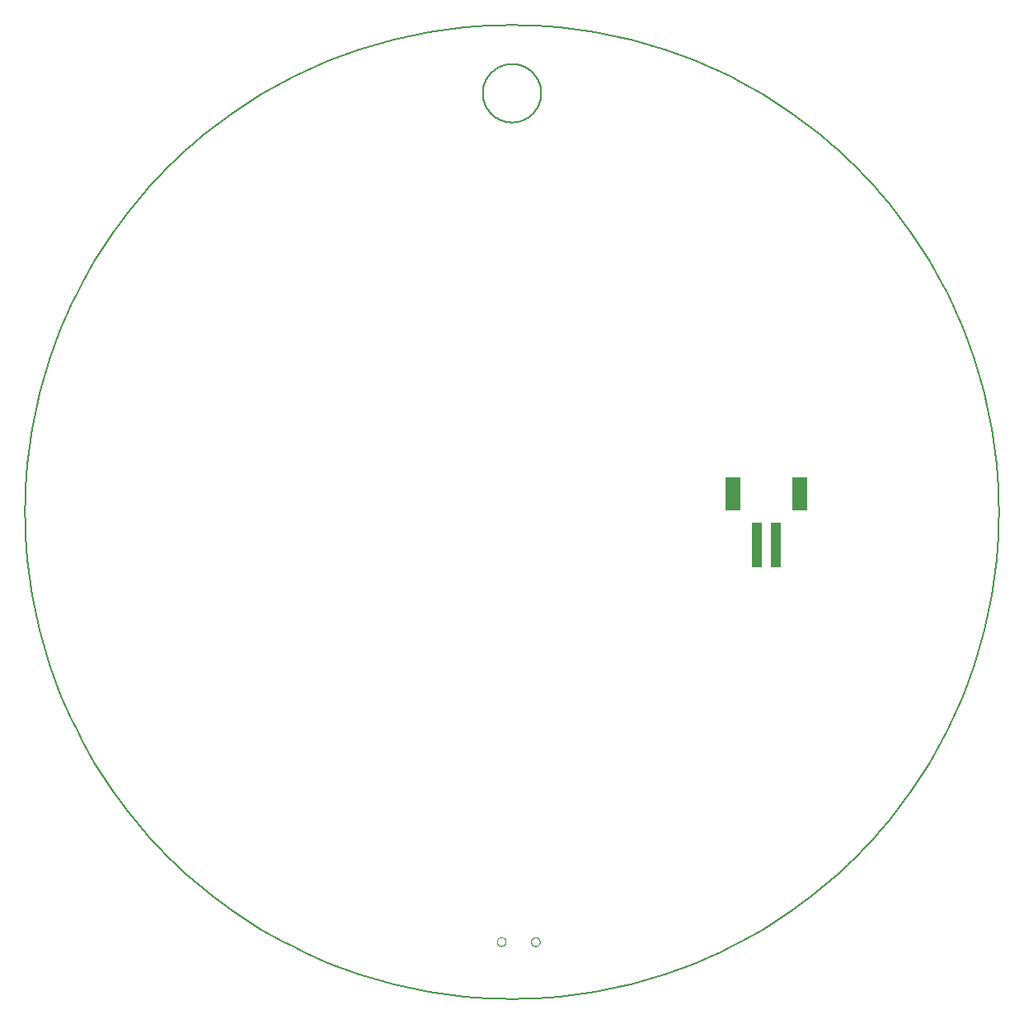
<source format=gbp>
G75*
%MOIN*%
%OFA0B0*%
%FSLAX25Y25*%
%IPPOS*%
%LPD*%
%AMOC8*
5,1,8,0,0,1.08239X$1,22.5*
%
%ADD10C,0.00600*%
%ADD11R,0.03937X0.18110*%
%ADD12R,0.06299X0.13386*%
%ADD13C,0.00000*%
D10*
X0001300Y0203937D02*
X0001359Y0208768D01*
X0001537Y0213596D01*
X0001833Y0218418D01*
X0002248Y0223232D01*
X0002780Y0228034D01*
X0003431Y0232821D01*
X0004198Y0237591D01*
X0005082Y0242341D01*
X0006083Y0247067D01*
X0007199Y0251768D01*
X0008431Y0256439D01*
X0009776Y0261080D01*
X0011235Y0265685D01*
X0012807Y0270254D01*
X0014490Y0274782D01*
X0016284Y0279268D01*
X0018188Y0283709D01*
X0020200Y0288101D01*
X0022319Y0292443D01*
X0024544Y0296731D01*
X0026873Y0300964D01*
X0029306Y0305138D01*
X0031841Y0309251D01*
X0034475Y0313301D01*
X0037208Y0317285D01*
X0040039Y0321200D01*
X0042964Y0325045D01*
X0045983Y0328817D01*
X0049093Y0332514D01*
X0052294Y0336133D01*
X0055582Y0339673D01*
X0058956Y0343131D01*
X0062414Y0346505D01*
X0065954Y0349793D01*
X0069573Y0352994D01*
X0073270Y0356104D01*
X0077042Y0359123D01*
X0080887Y0362048D01*
X0084802Y0364879D01*
X0088786Y0367612D01*
X0092836Y0370246D01*
X0096949Y0372781D01*
X0101123Y0375214D01*
X0105356Y0377543D01*
X0109644Y0379768D01*
X0113986Y0381887D01*
X0118378Y0383899D01*
X0122819Y0385803D01*
X0127305Y0387597D01*
X0131833Y0389280D01*
X0136402Y0390852D01*
X0141007Y0392311D01*
X0145648Y0393656D01*
X0150319Y0394888D01*
X0155020Y0396004D01*
X0159746Y0397005D01*
X0164496Y0397889D01*
X0169266Y0398656D01*
X0174053Y0399307D01*
X0178855Y0399839D01*
X0183669Y0400254D01*
X0188491Y0400550D01*
X0193319Y0400728D01*
X0198150Y0400787D01*
X0202981Y0400728D01*
X0207809Y0400550D01*
X0212631Y0400254D01*
X0217445Y0399839D01*
X0222247Y0399307D01*
X0227034Y0398656D01*
X0231804Y0397889D01*
X0236554Y0397005D01*
X0241280Y0396004D01*
X0245981Y0394888D01*
X0250652Y0393656D01*
X0255293Y0392311D01*
X0259898Y0390852D01*
X0264467Y0389280D01*
X0268995Y0387597D01*
X0273481Y0385803D01*
X0277922Y0383899D01*
X0282314Y0381887D01*
X0286656Y0379768D01*
X0290944Y0377543D01*
X0295177Y0375214D01*
X0299351Y0372781D01*
X0303464Y0370246D01*
X0307514Y0367612D01*
X0311498Y0364879D01*
X0315413Y0362048D01*
X0319258Y0359123D01*
X0323030Y0356104D01*
X0326727Y0352994D01*
X0330346Y0349793D01*
X0333886Y0346505D01*
X0337344Y0343131D01*
X0340718Y0339673D01*
X0344006Y0336133D01*
X0347207Y0332514D01*
X0350317Y0328817D01*
X0353336Y0325045D01*
X0356261Y0321200D01*
X0359092Y0317285D01*
X0361825Y0313301D01*
X0364459Y0309251D01*
X0366994Y0305138D01*
X0369427Y0300964D01*
X0371756Y0296731D01*
X0373981Y0292443D01*
X0376100Y0288101D01*
X0378112Y0283709D01*
X0380016Y0279268D01*
X0381810Y0274782D01*
X0383493Y0270254D01*
X0385065Y0265685D01*
X0386524Y0261080D01*
X0387869Y0256439D01*
X0389101Y0251768D01*
X0390217Y0247067D01*
X0391218Y0242341D01*
X0392102Y0237591D01*
X0392869Y0232821D01*
X0393520Y0228034D01*
X0394052Y0223232D01*
X0394467Y0218418D01*
X0394763Y0213596D01*
X0394941Y0208768D01*
X0395000Y0203937D01*
X0394941Y0199106D01*
X0394763Y0194278D01*
X0394467Y0189456D01*
X0394052Y0184642D01*
X0393520Y0179840D01*
X0392869Y0175053D01*
X0392102Y0170283D01*
X0391218Y0165533D01*
X0390217Y0160807D01*
X0389101Y0156106D01*
X0387869Y0151435D01*
X0386524Y0146794D01*
X0385065Y0142189D01*
X0383493Y0137620D01*
X0381810Y0133092D01*
X0380016Y0128606D01*
X0378112Y0124165D01*
X0376100Y0119773D01*
X0373981Y0115431D01*
X0371756Y0111143D01*
X0369427Y0106910D01*
X0366994Y0102736D01*
X0364459Y0098623D01*
X0361825Y0094573D01*
X0359092Y0090589D01*
X0356261Y0086674D01*
X0353336Y0082829D01*
X0350317Y0079057D01*
X0347207Y0075360D01*
X0344006Y0071741D01*
X0340718Y0068201D01*
X0337344Y0064743D01*
X0333886Y0061369D01*
X0330346Y0058081D01*
X0326727Y0054880D01*
X0323030Y0051770D01*
X0319258Y0048751D01*
X0315413Y0045826D01*
X0311498Y0042995D01*
X0307514Y0040262D01*
X0303464Y0037628D01*
X0299351Y0035093D01*
X0295177Y0032660D01*
X0290944Y0030331D01*
X0286656Y0028106D01*
X0282314Y0025987D01*
X0277922Y0023975D01*
X0273481Y0022071D01*
X0268995Y0020277D01*
X0264467Y0018594D01*
X0259898Y0017022D01*
X0255293Y0015563D01*
X0250652Y0014218D01*
X0245981Y0012986D01*
X0241280Y0011870D01*
X0236554Y0010869D01*
X0231804Y0009985D01*
X0227034Y0009218D01*
X0222247Y0008567D01*
X0217445Y0008035D01*
X0212631Y0007620D01*
X0207809Y0007324D01*
X0202981Y0007146D01*
X0198150Y0007087D01*
X0193319Y0007146D01*
X0188491Y0007324D01*
X0183669Y0007620D01*
X0178855Y0008035D01*
X0174053Y0008567D01*
X0169266Y0009218D01*
X0164496Y0009985D01*
X0159746Y0010869D01*
X0155020Y0011870D01*
X0150319Y0012986D01*
X0145648Y0014218D01*
X0141007Y0015563D01*
X0136402Y0017022D01*
X0131833Y0018594D01*
X0127305Y0020277D01*
X0122819Y0022071D01*
X0118378Y0023975D01*
X0113986Y0025987D01*
X0109644Y0028106D01*
X0105356Y0030331D01*
X0101123Y0032660D01*
X0096949Y0035093D01*
X0092836Y0037628D01*
X0088786Y0040262D01*
X0084802Y0042995D01*
X0080887Y0045826D01*
X0077042Y0048751D01*
X0073270Y0051770D01*
X0069573Y0054880D01*
X0065954Y0058081D01*
X0062414Y0061369D01*
X0058956Y0064743D01*
X0055582Y0068201D01*
X0052294Y0071741D01*
X0049093Y0075360D01*
X0045983Y0079057D01*
X0042964Y0082829D01*
X0040039Y0086674D01*
X0037208Y0090589D01*
X0034475Y0094573D01*
X0031841Y0098623D01*
X0029306Y0102736D01*
X0026873Y0106910D01*
X0024544Y0111143D01*
X0022319Y0115431D01*
X0020200Y0119773D01*
X0018188Y0124165D01*
X0016284Y0128606D01*
X0014490Y0133092D01*
X0012807Y0137620D01*
X0011235Y0142189D01*
X0009776Y0146794D01*
X0008431Y0151435D01*
X0007199Y0156106D01*
X0006083Y0160807D01*
X0005082Y0165533D01*
X0004198Y0170283D01*
X0003431Y0175053D01*
X0002780Y0179840D01*
X0002248Y0184642D01*
X0001833Y0189456D01*
X0001537Y0194278D01*
X0001359Y0199106D01*
X0001300Y0203937D01*
X0186339Y0373228D02*
X0186343Y0373518D01*
X0186353Y0373808D01*
X0186371Y0374097D01*
X0186396Y0374386D01*
X0186428Y0374674D01*
X0186467Y0374961D01*
X0186513Y0375247D01*
X0186566Y0375532D01*
X0186626Y0375816D01*
X0186693Y0376098D01*
X0186767Y0376378D01*
X0186848Y0376657D01*
X0186935Y0376933D01*
X0187029Y0377207D01*
X0187130Y0377479D01*
X0187238Y0377748D01*
X0187352Y0378014D01*
X0187473Y0378278D01*
X0187600Y0378538D01*
X0187734Y0378796D01*
X0187873Y0379050D01*
X0188019Y0379300D01*
X0188171Y0379547D01*
X0188330Y0379790D01*
X0188494Y0380029D01*
X0188663Y0380264D01*
X0188839Y0380495D01*
X0189020Y0380721D01*
X0189207Y0380943D01*
X0189399Y0381160D01*
X0189596Y0381372D01*
X0189798Y0381580D01*
X0190006Y0381782D01*
X0190218Y0381979D01*
X0190435Y0382171D01*
X0190657Y0382358D01*
X0190883Y0382539D01*
X0191114Y0382715D01*
X0191349Y0382884D01*
X0191588Y0383048D01*
X0191831Y0383207D01*
X0192078Y0383359D01*
X0192328Y0383505D01*
X0192582Y0383644D01*
X0192840Y0383778D01*
X0193100Y0383905D01*
X0193364Y0384026D01*
X0193630Y0384140D01*
X0193899Y0384248D01*
X0194171Y0384349D01*
X0194445Y0384443D01*
X0194721Y0384530D01*
X0195000Y0384611D01*
X0195280Y0384685D01*
X0195562Y0384752D01*
X0195846Y0384812D01*
X0196131Y0384865D01*
X0196417Y0384911D01*
X0196704Y0384950D01*
X0196992Y0384982D01*
X0197281Y0385007D01*
X0197570Y0385025D01*
X0197860Y0385035D01*
X0198150Y0385039D01*
X0198440Y0385035D01*
X0198730Y0385025D01*
X0199019Y0385007D01*
X0199308Y0384982D01*
X0199596Y0384950D01*
X0199883Y0384911D01*
X0200169Y0384865D01*
X0200454Y0384812D01*
X0200738Y0384752D01*
X0201020Y0384685D01*
X0201300Y0384611D01*
X0201579Y0384530D01*
X0201855Y0384443D01*
X0202129Y0384349D01*
X0202401Y0384248D01*
X0202670Y0384140D01*
X0202936Y0384026D01*
X0203200Y0383905D01*
X0203460Y0383778D01*
X0203718Y0383644D01*
X0203972Y0383505D01*
X0204222Y0383359D01*
X0204469Y0383207D01*
X0204712Y0383048D01*
X0204951Y0382884D01*
X0205186Y0382715D01*
X0205417Y0382539D01*
X0205643Y0382358D01*
X0205865Y0382171D01*
X0206082Y0381979D01*
X0206294Y0381782D01*
X0206502Y0381580D01*
X0206704Y0381372D01*
X0206901Y0381160D01*
X0207093Y0380943D01*
X0207280Y0380721D01*
X0207461Y0380495D01*
X0207637Y0380264D01*
X0207806Y0380029D01*
X0207970Y0379790D01*
X0208129Y0379547D01*
X0208281Y0379300D01*
X0208427Y0379050D01*
X0208566Y0378796D01*
X0208700Y0378538D01*
X0208827Y0378278D01*
X0208948Y0378014D01*
X0209062Y0377748D01*
X0209170Y0377479D01*
X0209271Y0377207D01*
X0209365Y0376933D01*
X0209452Y0376657D01*
X0209533Y0376378D01*
X0209607Y0376098D01*
X0209674Y0375816D01*
X0209734Y0375532D01*
X0209787Y0375247D01*
X0209833Y0374961D01*
X0209872Y0374674D01*
X0209904Y0374386D01*
X0209929Y0374097D01*
X0209947Y0373808D01*
X0209957Y0373518D01*
X0209961Y0373228D01*
X0209957Y0372938D01*
X0209947Y0372648D01*
X0209929Y0372359D01*
X0209904Y0372070D01*
X0209872Y0371782D01*
X0209833Y0371495D01*
X0209787Y0371209D01*
X0209734Y0370924D01*
X0209674Y0370640D01*
X0209607Y0370358D01*
X0209533Y0370078D01*
X0209452Y0369799D01*
X0209365Y0369523D01*
X0209271Y0369249D01*
X0209170Y0368977D01*
X0209062Y0368708D01*
X0208948Y0368442D01*
X0208827Y0368178D01*
X0208700Y0367918D01*
X0208566Y0367660D01*
X0208427Y0367406D01*
X0208281Y0367156D01*
X0208129Y0366909D01*
X0207970Y0366666D01*
X0207806Y0366427D01*
X0207637Y0366192D01*
X0207461Y0365961D01*
X0207280Y0365735D01*
X0207093Y0365513D01*
X0206901Y0365296D01*
X0206704Y0365084D01*
X0206502Y0364876D01*
X0206294Y0364674D01*
X0206082Y0364477D01*
X0205865Y0364285D01*
X0205643Y0364098D01*
X0205417Y0363917D01*
X0205186Y0363741D01*
X0204951Y0363572D01*
X0204712Y0363408D01*
X0204469Y0363249D01*
X0204222Y0363097D01*
X0203972Y0362951D01*
X0203718Y0362812D01*
X0203460Y0362678D01*
X0203200Y0362551D01*
X0202936Y0362430D01*
X0202670Y0362316D01*
X0202401Y0362208D01*
X0202129Y0362107D01*
X0201855Y0362013D01*
X0201579Y0361926D01*
X0201300Y0361845D01*
X0201020Y0361771D01*
X0200738Y0361704D01*
X0200454Y0361644D01*
X0200169Y0361591D01*
X0199883Y0361545D01*
X0199596Y0361506D01*
X0199308Y0361474D01*
X0199019Y0361449D01*
X0198730Y0361431D01*
X0198440Y0361421D01*
X0198150Y0361417D01*
X0197860Y0361421D01*
X0197570Y0361431D01*
X0197281Y0361449D01*
X0196992Y0361474D01*
X0196704Y0361506D01*
X0196417Y0361545D01*
X0196131Y0361591D01*
X0195846Y0361644D01*
X0195562Y0361704D01*
X0195280Y0361771D01*
X0195000Y0361845D01*
X0194721Y0361926D01*
X0194445Y0362013D01*
X0194171Y0362107D01*
X0193899Y0362208D01*
X0193630Y0362316D01*
X0193364Y0362430D01*
X0193100Y0362551D01*
X0192840Y0362678D01*
X0192582Y0362812D01*
X0192328Y0362951D01*
X0192078Y0363097D01*
X0191831Y0363249D01*
X0191588Y0363408D01*
X0191349Y0363572D01*
X0191114Y0363741D01*
X0190883Y0363917D01*
X0190657Y0364098D01*
X0190435Y0364285D01*
X0190218Y0364477D01*
X0190006Y0364674D01*
X0189798Y0364876D01*
X0189596Y0365084D01*
X0189399Y0365296D01*
X0189207Y0365513D01*
X0189020Y0365735D01*
X0188839Y0365961D01*
X0188663Y0366192D01*
X0188494Y0366427D01*
X0188330Y0366666D01*
X0188171Y0366909D01*
X0188019Y0367156D01*
X0187873Y0367406D01*
X0187734Y0367660D01*
X0187600Y0367918D01*
X0187473Y0368178D01*
X0187352Y0368442D01*
X0187238Y0368708D01*
X0187130Y0368977D01*
X0187029Y0369249D01*
X0186935Y0369523D01*
X0186848Y0369799D01*
X0186767Y0370078D01*
X0186693Y0370358D01*
X0186626Y0370640D01*
X0186566Y0370924D01*
X0186513Y0371209D01*
X0186467Y0371495D01*
X0186428Y0371782D01*
X0186396Y0372070D01*
X0186371Y0372359D01*
X0186353Y0372648D01*
X0186343Y0372938D01*
X0186339Y0373228D01*
D11*
X0297048Y0190748D03*
X0304922Y0190748D03*
D12*
X0314371Y0211220D03*
X0287599Y0211220D03*
D13*
X0192048Y0030197D02*
X0192050Y0030281D01*
X0192056Y0030364D01*
X0192066Y0030447D01*
X0192080Y0030530D01*
X0192097Y0030612D01*
X0192119Y0030693D01*
X0192144Y0030772D01*
X0192173Y0030851D01*
X0192206Y0030928D01*
X0192242Y0031003D01*
X0192282Y0031077D01*
X0192325Y0031149D01*
X0192372Y0031218D01*
X0192422Y0031285D01*
X0192475Y0031350D01*
X0192531Y0031412D01*
X0192589Y0031472D01*
X0192651Y0031529D01*
X0192715Y0031582D01*
X0192782Y0031633D01*
X0192851Y0031680D01*
X0192922Y0031725D01*
X0192995Y0031765D01*
X0193070Y0031802D01*
X0193147Y0031836D01*
X0193225Y0031866D01*
X0193304Y0031892D01*
X0193385Y0031915D01*
X0193467Y0031933D01*
X0193549Y0031948D01*
X0193632Y0031959D01*
X0193715Y0031966D01*
X0193799Y0031969D01*
X0193883Y0031968D01*
X0193966Y0031963D01*
X0194050Y0031954D01*
X0194132Y0031941D01*
X0194214Y0031925D01*
X0194295Y0031904D01*
X0194376Y0031880D01*
X0194454Y0031852D01*
X0194532Y0031820D01*
X0194608Y0031784D01*
X0194682Y0031745D01*
X0194754Y0031703D01*
X0194824Y0031657D01*
X0194892Y0031608D01*
X0194957Y0031556D01*
X0195020Y0031501D01*
X0195080Y0031443D01*
X0195138Y0031382D01*
X0195192Y0031318D01*
X0195244Y0031252D01*
X0195292Y0031184D01*
X0195337Y0031113D01*
X0195378Y0031040D01*
X0195417Y0030966D01*
X0195451Y0030890D01*
X0195482Y0030812D01*
X0195509Y0030733D01*
X0195533Y0030652D01*
X0195552Y0030571D01*
X0195568Y0030489D01*
X0195580Y0030406D01*
X0195588Y0030322D01*
X0195592Y0030239D01*
X0195592Y0030155D01*
X0195588Y0030072D01*
X0195580Y0029988D01*
X0195568Y0029905D01*
X0195552Y0029823D01*
X0195533Y0029742D01*
X0195509Y0029661D01*
X0195482Y0029582D01*
X0195451Y0029504D01*
X0195417Y0029428D01*
X0195378Y0029354D01*
X0195337Y0029281D01*
X0195292Y0029210D01*
X0195244Y0029142D01*
X0195192Y0029076D01*
X0195138Y0029012D01*
X0195080Y0028951D01*
X0195020Y0028893D01*
X0194957Y0028838D01*
X0194892Y0028786D01*
X0194824Y0028737D01*
X0194754Y0028691D01*
X0194682Y0028649D01*
X0194608Y0028610D01*
X0194532Y0028574D01*
X0194454Y0028542D01*
X0194376Y0028514D01*
X0194295Y0028490D01*
X0194214Y0028469D01*
X0194132Y0028453D01*
X0194050Y0028440D01*
X0193966Y0028431D01*
X0193883Y0028426D01*
X0193799Y0028425D01*
X0193715Y0028428D01*
X0193632Y0028435D01*
X0193549Y0028446D01*
X0193467Y0028461D01*
X0193385Y0028479D01*
X0193304Y0028502D01*
X0193225Y0028528D01*
X0193147Y0028558D01*
X0193070Y0028592D01*
X0192995Y0028629D01*
X0192922Y0028669D01*
X0192851Y0028714D01*
X0192782Y0028761D01*
X0192715Y0028812D01*
X0192651Y0028865D01*
X0192589Y0028922D01*
X0192531Y0028982D01*
X0192475Y0029044D01*
X0192422Y0029109D01*
X0192372Y0029176D01*
X0192325Y0029245D01*
X0192282Y0029317D01*
X0192242Y0029391D01*
X0192206Y0029466D01*
X0192173Y0029543D01*
X0192144Y0029622D01*
X0192119Y0029701D01*
X0192097Y0029782D01*
X0192080Y0029864D01*
X0192066Y0029947D01*
X0192056Y0030030D01*
X0192050Y0030113D01*
X0192048Y0030197D01*
X0205827Y0030197D02*
X0205829Y0030281D01*
X0205835Y0030364D01*
X0205845Y0030447D01*
X0205859Y0030530D01*
X0205876Y0030612D01*
X0205898Y0030693D01*
X0205923Y0030772D01*
X0205952Y0030851D01*
X0205985Y0030928D01*
X0206021Y0031003D01*
X0206061Y0031077D01*
X0206104Y0031149D01*
X0206151Y0031218D01*
X0206201Y0031285D01*
X0206254Y0031350D01*
X0206310Y0031412D01*
X0206368Y0031472D01*
X0206430Y0031529D01*
X0206494Y0031582D01*
X0206561Y0031633D01*
X0206630Y0031680D01*
X0206701Y0031725D01*
X0206774Y0031765D01*
X0206849Y0031802D01*
X0206926Y0031836D01*
X0207004Y0031866D01*
X0207083Y0031892D01*
X0207164Y0031915D01*
X0207246Y0031933D01*
X0207328Y0031948D01*
X0207411Y0031959D01*
X0207494Y0031966D01*
X0207578Y0031969D01*
X0207662Y0031968D01*
X0207745Y0031963D01*
X0207829Y0031954D01*
X0207911Y0031941D01*
X0207993Y0031925D01*
X0208074Y0031904D01*
X0208155Y0031880D01*
X0208233Y0031852D01*
X0208311Y0031820D01*
X0208387Y0031784D01*
X0208461Y0031745D01*
X0208533Y0031703D01*
X0208603Y0031657D01*
X0208671Y0031608D01*
X0208736Y0031556D01*
X0208799Y0031501D01*
X0208859Y0031443D01*
X0208917Y0031382D01*
X0208971Y0031318D01*
X0209023Y0031252D01*
X0209071Y0031184D01*
X0209116Y0031113D01*
X0209157Y0031040D01*
X0209196Y0030966D01*
X0209230Y0030890D01*
X0209261Y0030812D01*
X0209288Y0030733D01*
X0209312Y0030652D01*
X0209331Y0030571D01*
X0209347Y0030489D01*
X0209359Y0030406D01*
X0209367Y0030322D01*
X0209371Y0030239D01*
X0209371Y0030155D01*
X0209367Y0030072D01*
X0209359Y0029988D01*
X0209347Y0029905D01*
X0209331Y0029823D01*
X0209312Y0029742D01*
X0209288Y0029661D01*
X0209261Y0029582D01*
X0209230Y0029504D01*
X0209196Y0029428D01*
X0209157Y0029354D01*
X0209116Y0029281D01*
X0209071Y0029210D01*
X0209023Y0029142D01*
X0208971Y0029076D01*
X0208917Y0029012D01*
X0208859Y0028951D01*
X0208799Y0028893D01*
X0208736Y0028838D01*
X0208671Y0028786D01*
X0208603Y0028737D01*
X0208533Y0028691D01*
X0208461Y0028649D01*
X0208387Y0028610D01*
X0208311Y0028574D01*
X0208233Y0028542D01*
X0208155Y0028514D01*
X0208074Y0028490D01*
X0207993Y0028469D01*
X0207911Y0028453D01*
X0207829Y0028440D01*
X0207745Y0028431D01*
X0207662Y0028426D01*
X0207578Y0028425D01*
X0207494Y0028428D01*
X0207411Y0028435D01*
X0207328Y0028446D01*
X0207246Y0028461D01*
X0207164Y0028479D01*
X0207083Y0028502D01*
X0207004Y0028528D01*
X0206926Y0028558D01*
X0206849Y0028592D01*
X0206774Y0028629D01*
X0206701Y0028669D01*
X0206630Y0028714D01*
X0206561Y0028761D01*
X0206494Y0028812D01*
X0206430Y0028865D01*
X0206368Y0028922D01*
X0206310Y0028982D01*
X0206254Y0029044D01*
X0206201Y0029109D01*
X0206151Y0029176D01*
X0206104Y0029245D01*
X0206061Y0029317D01*
X0206021Y0029391D01*
X0205985Y0029466D01*
X0205952Y0029543D01*
X0205923Y0029622D01*
X0205898Y0029701D01*
X0205876Y0029782D01*
X0205859Y0029864D01*
X0205845Y0029947D01*
X0205835Y0030030D01*
X0205829Y0030113D01*
X0205827Y0030197D01*
M02*

</source>
